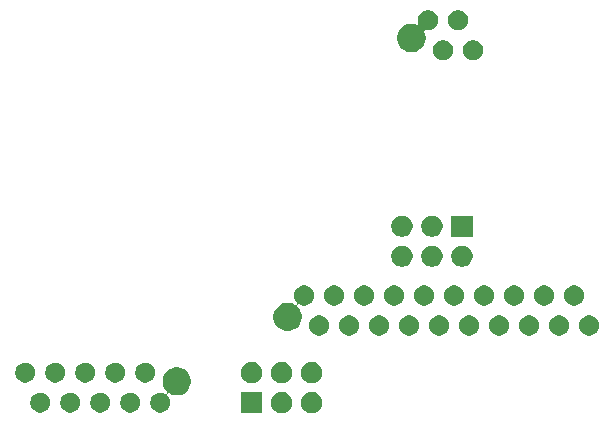
<source format=gbs>
G04 #@! TF.GenerationSoftware,KiCad,Pcbnew,5.0.2-bee76a0~70~ubuntu18.04.1*
G04 #@! TF.CreationDate,2019-02-11T21:35:21-05:00*
G04 #@! TF.ProjectId,dashboard_mk4_rev4,64617368-626f-4617-9264-5f6d6b345f72,6.0*
G04 #@! TF.SameCoordinates,Original*
G04 #@! TF.FileFunction,Soldermask,Bot*
G04 #@! TF.FilePolarity,Negative*
%FSLAX46Y46*%
G04 Gerber Fmt 4.6, Leading zero omitted, Abs format (unit mm)*
G04 Created by KiCad (PCBNEW 5.0.2-bee76a0~70~ubuntu18.04.1) date Mon 11 Feb 2019 09:35:21 PM EST*
%MOMM*%
%LPD*%
G01*
G04 APERTURE LIST*
%ADD10C,0.100000*%
G04 APERTURE END LIST*
D10*
G36*
X54648551Y-61905286D02*
X54812339Y-61973129D01*
X54959750Y-62071626D01*
X55085104Y-62196980D01*
X55183601Y-62344391D01*
X55251444Y-62508179D01*
X55286030Y-62682056D01*
X55286030Y-62859344D01*
X55251444Y-63033221D01*
X55183601Y-63197009D01*
X55085104Y-63344420D01*
X54959750Y-63469774D01*
X54812339Y-63568271D01*
X54648551Y-63636114D01*
X54474674Y-63670700D01*
X54297386Y-63670700D01*
X54123509Y-63636114D01*
X53959721Y-63568271D01*
X53812310Y-63469774D01*
X53686956Y-63344420D01*
X53588459Y-63197009D01*
X53520616Y-63033221D01*
X53486030Y-62859344D01*
X53486030Y-62682056D01*
X53520616Y-62508179D01*
X53588459Y-62344391D01*
X53686956Y-62196980D01*
X53812310Y-62071626D01*
X53959721Y-61973129D01*
X54123509Y-61905286D01*
X54297386Y-61870700D01*
X54474674Y-61870700D01*
X54648551Y-61905286D01*
X54648551Y-61905286D01*
G37*
G36*
X50206030Y-63670700D02*
X48406030Y-63670700D01*
X48406030Y-61870700D01*
X50206030Y-61870700D01*
X50206030Y-63670700D01*
X50206030Y-63670700D01*
G37*
G36*
X52108551Y-61905286D02*
X52272339Y-61973129D01*
X52419750Y-62071626D01*
X52545104Y-62196980D01*
X52643601Y-62344391D01*
X52711444Y-62508179D01*
X52746030Y-62682056D01*
X52746030Y-62859344D01*
X52711444Y-63033221D01*
X52643601Y-63197009D01*
X52545104Y-63344420D01*
X52419750Y-63469774D01*
X52272339Y-63568271D01*
X52108551Y-63636114D01*
X51934674Y-63670700D01*
X51757386Y-63670700D01*
X51583509Y-63636114D01*
X51419721Y-63568271D01*
X51272310Y-63469774D01*
X51146956Y-63344420D01*
X51048459Y-63197009D01*
X50980616Y-63033221D01*
X50946030Y-62859344D01*
X50946030Y-62682056D01*
X50980616Y-62508179D01*
X51048459Y-62344391D01*
X51146956Y-62196980D01*
X51272310Y-62071626D01*
X51419721Y-61973129D01*
X51583509Y-61905286D01*
X51757386Y-61870700D01*
X51934674Y-61870700D01*
X52108551Y-61905286D01*
X52108551Y-61905286D01*
G37*
G36*
X39282194Y-61945204D02*
X39436887Y-62009280D01*
X39576107Y-62102304D01*
X39694496Y-62220693D01*
X39787520Y-62359913D01*
X39851596Y-62514606D01*
X39884260Y-62678821D01*
X39884260Y-62846259D01*
X39851596Y-63010474D01*
X39787520Y-63165167D01*
X39694496Y-63304387D01*
X39576107Y-63422776D01*
X39436887Y-63515800D01*
X39282194Y-63579876D01*
X39117979Y-63612540D01*
X38950541Y-63612540D01*
X38786326Y-63579876D01*
X38631633Y-63515800D01*
X38492413Y-63422776D01*
X38374024Y-63304387D01*
X38281000Y-63165167D01*
X38216924Y-63010474D01*
X38184260Y-62846259D01*
X38184260Y-62678821D01*
X38216924Y-62514606D01*
X38281000Y-62359913D01*
X38374024Y-62220693D01*
X38492413Y-62102304D01*
X38631633Y-62009280D01*
X38786326Y-61945204D01*
X38950541Y-61912540D01*
X39117979Y-61912540D01*
X39282194Y-61945204D01*
X39282194Y-61945204D01*
G37*
G36*
X43324286Y-59808655D02*
X43542672Y-59899113D01*
X43739218Y-60030441D01*
X43906359Y-60197582D01*
X44037687Y-60394128D01*
X44128145Y-60612514D01*
X44174260Y-60844349D01*
X44174260Y-61080731D01*
X44128145Y-61312566D01*
X44037687Y-61530952D01*
X43906359Y-61727498D01*
X43739218Y-61894639D01*
X43542672Y-62025967D01*
X43324286Y-62116425D01*
X43092451Y-62162540D01*
X42856069Y-62162540D01*
X42624234Y-62116425D01*
X42405848Y-62025967D01*
X42357865Y-61993906D01*
X42336254Y-61982355D01*
X42312805Y-61975242D01*
X42288419Y-61972840D01*
X42264033Y-61975242D01*
X42240584Y-61982355D01*
X42218973Y-61993906D01*
X42200031Y-62009452D01*
X42184485Y-62028394D01*
X42172934Y-62050005D01*
X42165821Y-62073454D01*
X42163419Y-62097840D01*
X42165821Y-62122226D01*
X42172934Y-62145675D01*
X42184485Y-62167286D01*
X42200031Y-62186228D01*
X42234496Y-62220693D01*
X42327520Y-62359913D01*
X42391596Y-62514606D01*
X42424260Y-62678821D01*
X42424260Y-62846259D01*
X42391596Y-63010474D01*
X42327520Y-63165167D01*
X42234496Y-63304387D01*
X42116107Y-63422776D01*
X41976887Y-63515800D01*
X41822194Y-63579876D01*
X41657979Y-63612540D01*
X41490541Y-63612540D01*
X41326326Y-63579876D01*
X41171633Y-63515800D01*
X41032413Y-63422776D01*
X40914024Y-63304387D01*
X40821000Y-63165167D01*
X40756924Y-63010474D01*
X40724260Y-62846259D01*
X40724260Y-62678821D01*
X40756924Y-62514606D01*
X40821000Y-62359913D01*
X40914024Y-62220693D01*
X41032413Y-62102304D01*
X41171633Y-62009280D01*
X41326326Y-61945204D01*
X41490541Y-61912540D01*
X41657979Y-61912540D01*
X41822194Y-61945204D01*
X41987266Y-62013579D01*
X41989157Y-62014590D01*
X42012607Y-62021703D01*
X42036993Y-62024104D01*
X42061379Y-62021702D01*
X42084828Y-62014588D01*
X42106439Y-62003037D01*
X42125381Y-61987491D01*
X42140926Y-61968549D01*
X42152477Y-61946938D01*
X42159590Y-61923488D01*
X42161991Y-61899102D01*
X42159589Y-61874716D01*
X42152475Y-61851267D01*
X42140924Y-61829656D01*
X42125379Y-61810716D01*
X42042161Y-61727498D01*
X41910833Y-61530952D01*
X41820375Y-61312566D01*
X41774260Y-61080731D01*
X41774260Y-60844349D01*
X41820375Y-60612514D01*
X41910833Y-60394128D01*
X42042161Y-60197582D01*
X42209302Y-60030441D01*
X42405848Y-59899113D01*
X42624234Y-59808655D01*
X42856069Y-59762540D01*
X43092451Y-59762540D01*
X43324286Y-59808655D01*
X43324286Y-59808655D01*
G37*
G36*
X36742194Y-61945204D02*
X36896887Y-62009280D01*
X37036107Y-62102304D01*
X37154496Y-62220693D01*
X37247520Y-62359913D01*
X37311596Y-62514606D01*
X37344260Y-62678821D01*
X37344260Y-62846259D01*
X37311596Y-63010474D01*
X37247520Y-63165167D01*
X37154496Y-63304387D01*
X37036107Y-63422776D01*
X36896887Y-63515800D01*
X36742194Y-63579876D01*
X36577979Y-63612540D01*
X36410541Y-63612540D01*
X36246326Y-63579876D01*
X36091633Y-63515800D01*
X35952413Y-63422776D01*
X35834024Y-63304387D01*
X35741000Y-63165167D01*
X35676924Y-63010474D01*
X35644260Y-62846259D01*
X35644260Y-62678821D01*
X35676924Y-62514606D01*
X35741000Y-62359913D01*
X35834024Y-62220693D01*
X35952413Y-62102304D01*
X36091633Y-62009280D01*
X36246326Y-61945204D01*
X36410541Y-61912540D01*
X36577979Y-61912540D01*
X36742194Y-61945204D01*
X36742194Y-61945204D01*
G37*
G36*
X34202194Y-61945204D02*
X34356887Y-62009280D01*
X34496107Y-62102304D01*
X34614496Y-62220693D01*
X34707520Y-62359913D01*
X34771596Y-62514606D01*
X34804260Y-62678821D01*
X34804260Y-62846259D01*
X34771596Y-63010474D01*
X34707520Y-63165167D01*
X34614496Y-63304387D01*
X34496107Y-63422776D01*
X34356887Y-63515800D01*
X34202194Y-63579876D01*
X34037979Y-63612540D01*
X33870541Y-63612540D01*
X33706326Y-63579876D01*
X33551633Y-63515800D01*
X33412413Y-63422776D01*
X33294024Y-63304387D01*
X33201000Y-63165167D01*
X33136924Y-63010474D01*
X33104260Y-62846259D01*
X33104260Y-62678821D01*
X33136924Y-62514606D01*
X33201000Y-62359913D01*
X33294024Y-62220693D01*
X33412413Y-62102304D01*
X33551633Y-62009280D01*
X33706326Y-61945204D01*
X33870541Y-61912540D01*
X34037979Y-61912540D01*
X34202194Y-61945204D01*
X34202194Y-61945204D01*
G37*
G36*
X31662194Y-61945204D02*
X31816887Y-62009280D01*
X31956107Y-62102304D01*
X32074496Y-62220693D01*
X32167520Y-62359913D01*
X32231596Y-62514606D01*
X32264260Y-62678821D01*
X32264260Y-62846259D01*
X32231596Y-63010474D01*
X32167520Y-63165167D01*
X32074496Y-63304387D01*
X31956107Y-63422776D01*
X31816887Y-63515800D01*
X31662194Y-63579876D01*
X31497979Y-63612540D01*
X31330541Y-63612540D01*
X31166326Y-63579876D01*
X31011633Y-63515800D01*
X30872413Y-63422776D01*
X30754024Y-63304387D01*
X30661000Y-63165167D01*
X30596924Y-63010474D01*
X30564260Y-62846259D01*
X30564260Y-62678821D01*
X30596924Y-62514606D01*
X30661000Y-62359913D01*
X30754024Y-62220693D01*
X30872413Y-62102304D01*
X31011633Y-62009280D01*
X31166326Y-61945204D01*
X31330541Y-61912540D01*
X31497979Y-61912540D01*
X31662194Y-61945204D01*
X31662194Y-61945204D01*
G37*
G36*
X52108551Y-59365286D02*
X52272339Y-59433129D01*
X52419750Y-59531626D01*
X52545104Y-59656980D01*
X52643601Y-59804391D01*
X52711444Y-59968179D01*
X52746030Y-60142056D01*
X52746030Y-60319344D01*
X52711444Y-60493221D01*
X52643601Y-60657009D01*
X52545104Y-60804420D01*
X52419750Y-60929774D01*
X52272339Y-61028271D01*
X52108551Y-61096114D01*
X51934674Y-61130700D01*
X51757386Y-61130700D01*
X51583509Y-61096114D01*
X51419721Y-61028271D01*
X51272310Y-60929774D01*
X51146956Y-60804420D01*
X51048459Y-60657009D01*
X50980616Y-60493221D01*
X50946030Y-60319344D01*
X50946030Y-60142056D01*
X50980616Y-59968179D01*
X51048459Y-59804391D01*
X51146956Y-59656980D01*
X51272310Y-59531626D01*
X51419721Y-59433129D01*
X51583509Y-59365286D01*
X51757386Y-59330700D01*
X51934674Y-59330700D01*
X52108551Y-59365286D01*
X52108551Y-59365286D01*
G37*
G36*
X54648551Y-59365286D02*
X54812339Y-59433129D01*
X54959750Y-59531626D01*
X55085104Y-59656980D01*
X55183601Y-59804391D01*
X55251444Y-59968179D01*
X55286030Y-60142056D01*
X55286030Y-60319344D01*
X55251444Y-60493221D01*
X55183601Y-60657009D01*
X55085104Y-60804420D01*
X54959750Y-60929774D01*
X54812339Y-61028271D01*
X54648551Y-61096114D01*
X54474674Y-61130700D01*
X54297386Y-61130700D01*
X54123509Y-61096114D01*
X53959721Y-61028271D01*
X53812310Y-60929774D01*
X53686956Y-60804420D01*
X53588459Y-60657009D01*
X53520616Y-60493221D01*
X53486030Y-60319344D01*
X53486030Y-60142056D01*
X53520616Y-59968179D01*
X53588459Y-59804391D01*
X53686956Y-59656980D01*
X53812310Y-59531626D01*
X53959721Y-59433129D01*
X54123509Y-59365286D01*
X54297386Y-59330700D01*
X54474674Y-59330700D01*
X54648551Y-59365286D01*
X54648551Y-59365286D01*
G37*
G36*
X49568551Y-59365286D02*
X49732339Y-59433129D01*
X49879750Y-59531626D01*
X50005104Y-59656980D01*
X50103601Y-59804391D01*
X50171444Y-59968179D01*
X50206030Y-60142056D01*
X50206030Y-60319344D01*
X50171444Y-60493221D01*
X50103601Y-60657009D01*
X50005104Y-60804420D01*
X49879750Y-60929774D01*
X49732339Y-61028271D01*
X49568551Y-61096114D01*
X49394674Y-61130700D01*
X49217386Y-61130700D01*
X49043509Y-61096114D01*
X48879721Y-61028271D01*
X48732310Y-60929774D01*
X48606956Y-60804420D01*
X48508459Y-60657009D01*
X48440616Y-60493221D01*
X48406030Y-60319344D01*
X48406030Y-60142056D01*
X48440616Y-59968179D01*
X48508459Y-59804391D01*
X48606956Y-59656980D01*
X48732310Y-59531626D01*
X48879721Y-59433129D01*
X49043509Y-59365286D01*
X49217386Y-59330700D01*
X49394674Y-59330700D01*
X49568551Y-59365286D01*
X49568551Y-59365286D01*
G37*
G36*
X32932194Y-59405204D02*
X33086887Y-59469280D01*
X33226107Y-59562304D01*
X33344496Y-59680693D01*
X33437520Y-59819913D01*
X33501596Y-59974606D01*
X33534260Y-60138821D01*
X33534260Y-60306259D01*
X33501596Y-60470474D01*
X33437520Y-60625167D01*
X33344496Y-60764387D01*
X33226107Y-60882776D01*
X33086887Y-60975800D01*
X32932194Y-61039876D01*
X32767979Y-61072540D01*
X32600541Y-61072540D01*
X32436326Y-61039876D01*
X32281633Y-60975800D01*
X32142413Y-60882776D01*
X32024024Y-60764387D01*
X31931000Y-60625167D01*
X31866924Y-60470474D01*
X31834260Y-60306259D01*
X31834260Y-60138821D01*
X31866924Y-59974606D01*
X31931000Y-59819913D01*
X32024024Y-59680693D01*
X32142413Y-59562304D01*
X32281633Y-59469280D01*
X32436326Y-59405204D01*
X32600541Y-59372540D01*
X32767979Y-59372540D01*
X32932194Y-59405204D01*
X32932194Y-59405204D01*
G37*
G36*
X30392194Y-59405204D02*
X30546887Y-59469280D01*
X30686107Y-59562304D01*
X30804496Y-59680693D01*
X30897520Y-59819913D01*
X30961596Y-59974606D01*
X30994260Y-60138821D01*
X30994260Y-60306259D01*
X30961596Y-60470474D01*
X30897520Y-60625167D01*
X30804496Y-60764387D01*
X30686107Y-60882776D01*
X30546887Y-60975800D01*
X30392194Y-61039876D01*
X30227979Y-61072540D01*
X30060541Y-61072540D01*
X29896326Y-61039876D01*
X29741633Y-60975800D01*
X29602413Y-60882776D01*
X29484024Y-60764387D01*
X29391000Y-60625167D01*
X29326924Y-60470474D01*
X29294260Y-60306259D01*
X29294260Y-60138821D01*
X29326924Y-59974606D01*
X29391000Y-59819913D01*
X29484024Y-59680693D01*
X29602413Y-59562304D01*
X29741633Y-59469280D01*
X29896326Y-59405204D01*
X30060541Y-59372540D01*
X30227979Y-59372540D01*
X30392194Y-59405204D01*
X30392194Y-59405204D01*
G37*
G36*
X40552194Y-59405204D02*
X40706887Y-59469280D01*
X40846107Y-59562304D01*
X40964496Y-59680693D01*
X41057520Y-59819913D01*
X41121596Y-59974606D01*
X41154260Y-60138821D01*
X41154260Y-60306259D01*
X41121596Y-60470474D01*
X41057520Y-60625167D01*
X40964496Y-60764387D01*
X40846107Y-60882776D01*
X40706887Y-60975800D01*
X40552194Y-61039876D01*
X40387979Y-61072540D01*
X40220541Y-61072540D01*
X40056326Y-61039876D01*
X39901633Y-60975800D01*
X39762413Y-60882776D01*
X39644024Y-60764387D01*
X39551000Y-60625167D01*
X39486924Y-60470474D01*
X39454260Y-60306259D01*
X39454260Y-60138821D01*
X39486924Y-59974606D01*
X39551000Y-59819913D01*
X39644024Y-59680693D01*
X39762413Y-59562304D01*
X39901633Y-59469280D01*
X40056326Y-59405204D01*
X40220541Y-59372540D01*
X40387979Y-59372540D01*
X40552194Y-59405204D01*
X40552194Y-59405204D01*
G37*
G36*
X38012194Y-59405204D02*
X38166887Y-59469280D01*
X38306107Y-59562304D01*
X38424496Y-59680693D01*
X38517520Y-59819913D01*
X38581596Y-59974606D01*
X38614260Y-60138821D01*
X38614260Y-60306259D01*
X38581596Y-60470474D01*
X38517520Y-60625167D01*
X38424496Y-60764387D01*
X38306107Y-60882776D01*
X38166887Y-60975800D01*
X38012194Y-61039876D01*
X37847979Y-61072540D01*
X37680541Y-61072540D01*
X37516326Y-61039876D01*
X37361633Y-60975800D01*
X37222413Y-60882776D01*
X37104024Y-60764387D01*
X37011000Y-60625167D01*
X36946924Y-60470474D01*
X36914260Y-60306259D01*
X36914260Y-60138821D01*
X36946924Y-59974606D01*
X37011000Y-59819913D01*
X37104024Y-59680693D01*
X37222413Y-59562304D01*
X37361633Y-59469280D01*
X37516326Y-59405204D01*
X37680541Y-59372540D01*
X37847979Y-59372540D01*
X38012194Y-59405204D01*
X38012194Y-59405204D01*
G37*
G36*
X35472194Y-59405204D02*
X35626887Y-59469280D01*
X35766107Y-59562304D01*
X35884496Y-59680693D01*
X35977520Y-59819913D01*
X36041596Y-59974606D01*
X36074260Y-60138821D01*
X36074260Y-60306259D01*
X36041596Y-60470474D01*
X35977520Y-60625167D01*
X35884496Y-60764387D01*
X35766107Y-60882776D01*
X35626887Y-60975800D01*
X35472194Y-61039876D01*
X35307979Y-61072540D01*
X35140541Y-61072540D01*
X34976326Y-61039876D01*
X34821633Y-60975800D01*
X34682413Y-60882776D01*
X34564024Y-60764387D01*
X34471000Y-60625167D01*
X34406924Y-60470474D01*
X34374260Y-60306259D01*
X34374260Y-60138821D01*
X34406924Y-59974606D01*
X34471000Y-59819913D01*
X34564024Y-59680693D01*
X34682413Y-59562304D01*
X34821633Y-59469280D01*
X34976326Y-59405204D01*
X35140541Y-59372540D01*
X35307979Y-59372540D01*
X35472194Y-59405204D01*
X35472194Y-59405204D01*
G37*
G36*
X55271504Y-55423024D02*
X55426197Y-55487100D01*
X55565417Y-55580124D01*
X55683806Y-55698513D01*
X55776830Y-55837733D01*
X55840906Y-55992426D01*
X55873570Y-56156641D01*
X55873570Y-56324079D01*
X55840906Y-56488294D01*
X55776830Y-56642987D01*
X55683806Y-56782207D01*
X55565417Y-56900596D01*
X55426197Y-56993620D01*
X55271504Y-57057696D01*
X55107289Y-57090360D01*
X54939851Y-57090360D01*
X54775636Y-57057696D01*
X54620943Y-56993620D01*
X54481723Y-56900596D01*
X54363334Y-56782207D01*
X54270310Y-56642987D01*
X54206234Y-56488294D01*
X54173570Y-56324079D01*
X54173570Y-56156641D01*
X54206234Y-55992426D01*
X54270310Y-55837733D01*
X54363334Y-55698513D01*
X54481723Y-55580124D01*
X54620943Y-55487100D01*
X54775636Y-55423024D01*
X54939851Y-55390360D01*
X55107289Y-55390360D01*
X55271504Y-55423024D01*
X55271504Y-55423024D01*
G37*
G36*
X70511504Y-55423024D02*
X70666197Y-55487100D01*
X70805417Y-55580124D01*
X70923806Y-55698513D01*
X71016830Y-55837733D01*
X71080906Y-55992426D01*
X71113570Y-56156641D01*
X71113570Y-56324079D01*
X71080906Y-56488294D01*
X71016830Y-56642987D01*
X70923806Y-56782207D01*
X70805417Y-56900596D01*
X70666197Y-56993620D01*
X70511504Y-57057696D01*
X70347289Y-57090360D01*
X70179851Y-57090360D01*
X70015636Y-57057696D01*
X69860943Y-56993620D01*
X69721723Y-56900596D01*
X69603334Y-56782207D01*
X69510310Y-56642987D01*
X69446234Y-56488294D01*
X69413570Y-56324079D01*
X69413570Y-56156641D01*
X69446234Y-55992426D01*
X69510310Y-55837733D01*
X69603334Y-55698513D01*
X69721723Y-55580124D01*
X69860943Y-55487100D01*
X70015636Y-55423024D01*
X70179851Y-55390360D01*
X70347289Y-55390360D01*
X70511504Y-55423024D01*
X70511504Y-55423024D01*
G37*
G36*
X57811504Y-55423024D02*
X57966197Y-55487100D01*
X58105417Y-55580124D01*
X58223806Y-55698513D01*
X58316830Y-55837733D01*
X58380906Y-55992426D01*
X58413570Y-56156641D01*
X58413570Y-56324079D01*
X58380906Y-56488294D01*
X58316830Y-56642987D01*
X58223806Y-56782207D01*
X58105417Y-56900596D01*
X57966197Y-56993620D01*
X57811504Y-57057696D01*
X57647289Y-57090360D01*
X57479851Y-57090360D01*
X57315636Y-57057696D01*
X57160943Y-56993620D01*
X57021723Y-56900596D01*
X56903334Y-56782207D01*
X56810310Y-56642987D01*
X56746234Y-56488294D01*
X56713570Y-56324079D01*
X56713570Y-56156641D01*
X56746234Y-55992426D01*
X56810310Y-55837733D01*
X56903334Y-55698513D01*
X57021723Y-55580124D01*
X57160943Y-55487100D01*
X57315636Y-55423024D01*
X57479851Y-55390360D01*
X57647289Y-55390360D01*
X57811504Y-55423024D01*
X57811504Y-55423024D01*
G37*
G36*
X60351504Y-55423024D02*
X60506197Y-55487100D01*
X60645417Y-55580124D01*
X60763806Y-55698513D01*
X60856830Y-55837733D01*
X60920906Y-55992426D01*
X60953570Y-56156641D01*
X60953570Y-56324079D01*
X60920906Y-56488294D01*
X60856830Y-56642987D01*
X60763806Y-56782207D01*
X60645417Y-56900596D01*
X60506197Y-56993620D01*
X60351504Y-57057696D01*
X60187289Y-57090360D01*
X60019851Y-57090360D01*
X59855636Y-57057696D01*
X59700943Y-56993620D01*
X59561723Y-56900596D01*
X59443334Y-56782207D01*
X59350310Y-56642987D01*
X59286234Y-56488294D01*
X59253570Y-56324079D01*
X59253570Y-56156641D01*
X59286234Y-55992426D01*
X59350310Y-55837733D01*
X59443334Y-55698513D01*
X59561723Y-55580124D01*
X59700943Y-55487100D01*
X59855636Y-55423024D01*
X60019851Y-55390360D01*
X60187289Y-55390360D01*
X60351504Y-55423024D01*
X60351504Y-55423024D01*
G37*
G36*
X62891504Y-55423024D02*
X63046197Y-55487100D01*
X63185417Y-55580124D01*
X63303806Y-55698513D01*
X63396830Y-55837733D01*
X63460906Y-55992426D01*
X63493570Y-56156641D01*
X63493570Y-56324079D01*
X63460906Y-56488294D01*
X63396830Y-56642987D01*
X63303806Y-56782207D01*
X63185417Y-56900596D01*
X63046197Y-56993620D01*
X62891504Y-57057696D01*
X62727289Y-57090360D01*
X62559851Y-57090360D01*
X62395636Y-57057696D01*
X62240943Y-56993620D01*
X62101723Y-56900596D01*
X61983334Y-56782207D01*
X61890310Y-56642987D01*
X61826234Y-56488294D01*
X61793570Y-56324079D01*
X61793570Y-56156641D01*
X61826234Y-55992426D01*
X61890310Y-55837733D01*
X61983334Y-55698513D01*
X62101723Y-55580124D01*
X62240943Y-55487100D01*
X62395636Y-55423024D01*
X62559851Y-55390360D01*
X62727289Y-55390360D01*
X62891504Y-55423024D01*
X62891504Y-55423024D01*
G37*
G36*
X67971504Y-55423024D02*
X68126197Y-55487100D01*
X68265417Y-55580124D01*
X68383806Y-55698513D01*
X68476830Y-55837733D01*
X68540906Y-55992426D01*
X68573570Y-56156641D01*
X68573570Y-56324079D01*
X68540906Y-56488294D01*
X68476830Y-56642987D01*
X68383806Y-56782207D01*
X68265417Y-56900596D01*
X68126197Y-56993620D01*
X67971504Y-57057696D01*
X67807289Y-57090360D01*
X67639851Y-57090360D01*
X67475636Y-57057696D01*
X67320943Y-56993620D01*
X67181723Y-56900596D01*
X67063334Y-56782207D01*
X66970310Y-56642987D01*
X66906234Y-56488294D01*
X66873570Y-56324079D01*
X66873570Y-56156641D01*
X66906234Y-55992426D01*
X66970310Y-55837733D01*
X67063334Y-55698513D01*
X67181723Y-55580124D01*
X67320943Y-55487100D01*
X67475636Y-55423024D01*
X67639851Y-55390360D01*
X67807289Y-55390360D01*
X67971504Y-55423024D01*
X67971504Y-55423024D01*
G37*
G36*
X75591504Y-55423024D02*
X75746197Y-55487100D01*
X75885417Y-55580124D01*
X76003806Y-55698513D01*
X76096830Y-55837733D01*
X76160906Y-55992426D01*
X76193570Y-56156641D01*
X76193570Y-56324079D01*
X76160906Y-56488294D01*
X76096830Y-56642987D01*
X76003806Y-56782207D01*
X75885417Y-56900596D01*
X75746197Y-56993620D01*
X75591504Y-57057696D01*
X75427289Y-57090360D01*
X75259851Y-57090360D01*
X75095636Y-57057696D01*
X74940943Y-56993620D01*
X74801723Y-56900596D01*
X74683334Y-56782207D01*
X74590310Y-56642987D01*
X74526234Y-56488294D01*
X74493570Y-56324079D01*
X74493570Y-56156641D01*
X74526234Y-55992426D01*
X74590310Y-55837733D01*
X74683334Y-55698513D01*
X74801723Y-55580124D01*
X74940943Y-55487100D01*
X75095636Y-55423024D01*
X75259851Y-55390360D01*
X75427289Y-55390360D01*
X75591504Y-55423024D01*
X75591504Y-55423024D01*
G37*
G36*
X78131504Y-55423024D02*
X78286197Y-55487100D01*
X78425417Y-55580124D01*
X78543806Y-55698513D01*
X78636830Y-55837733D01*
X78700906Y-55992426D01*
X78733570Y-56156641D01*
X78733570Y-56324079D01*
X78700906Y-56488294D01*
X78636830Y-56642987D01*
X78543806Y-56782207D01*
X78425417Y-56900596D01*
X78286197Y-56993620D01*
X78131504Y-57057696D01*
X77967289Y-57090360D01*
X77799851Y-57090360D01*
X77635636Y-57057696D01*
X77480943Y-56993620D01*
X77341723Y-56900596D01*
X77223334Y-56782207D01*
X77130310Y-56642987D01*
X77066234Y-56488294D01*
X77033570Y-56324079D01*
X77033570Y-56156641D01*
X77066234Y-55992426D01*
X77130310Y-55837733D01*
X77223334Y-55698513D01*
X77341723Y-55580124D01*
X77480943Y-55487100D01*
X77635636Y-55423024D01*
X77799851Y-55390360D01*
X77967289Y-55390360D01*
X78131504Y-55423024D01*
X78131504Y-55423024D01*
G37*
G36*
X73051504Y-55423024D02*
X73206197Y-55487100D01*
X73345417Y-55580124D01*
X73463806Y-55698513D01*
X73556830Y-55837733D01*
X73620906Y-55992426D01*
X73653570Y-56156641D01*
X73653570Y-56324079D01*
X73620906Y-56488294D01*
X73556830Y-56642987D01*
X73463806Y-56782207D01*
X73345417Y-56900596D01*
X73206197Y-56993620D01*
X73051504Y-57057696D01*
X72887289Y-57090360D01*
X72719851Y-57090360D01*
X72555636Y-57057696D01*
X72400943Y-56993620D01*
X72261723Y-56900596D01*
X72143334Y-56782207D01*
X72050310Y-56642987D01*
X71986234Y-56488294D01*
X71953570Y-56324079D01*
X71953570Y-56156641D01*
X71986234Y-55992426D01*
X72050310Y-55837733D01*
X72143334Y-55698513D01*
X72261723Y-55580124D01*
X72400943Y-55487100D01*
X72555636Y-55423024D01*
X72719851Y-55390360D01*
X72887289Y-55390360D01*
X73051504Y-55423024D01*
X73051504Y-55423024D01*
G37*
G36*
X65431504Y-55423024D02*
X65586197Y-55487100D01*
X65725417Y-55580124D01*
X65843806Y-55698513D01*
X65936830Y-55837733D01*
X66000906Y-55992426D01*
X66033570Y-56156641D01*
X66033570Y-56324079D01*
X66000906Y-56488294D01*
X65936830Y-56642987D01*
X65843806Y-56782207D01*
X65725417Y-56900596D01*
X65586197Y-56993620D01*
X65431504Y-57057696D01*
X65267289Y-57090360D01*
X65099851Y-57090360D01*
X64935636Y-57057696D01*
X64780943Y-56993620D01*
X64641723Y-56900596D01*
X64523334Y-56782207D01*
X64430310Y-56642987D01*
X64366234Y-56488294D01*
X64333570Y-56324079D01*
X64333570Y-56156641D01*
X64366234Y-55992426D01*
X64430310Y-55837733D01*
X64523334Y-55698513D01*
X64641723Y-55580124D01*
X64780943Y-55487100D01*
X64935636Y-55423024D01*
X65099851Y-55390360D01*
X65267289Y-55390360D01*
X65431504Y-55423024D01*
X65431504Y-55423024D01*
G37*
G36*
X54001504Y-52883024D02*
X54156197Y-52947100D01*
X54295417Y-53040124D01*
X54413806Y-53158513D01*
X54506830Y-53297733D01*
X54570906Y-53452426D01*
X54603570Y-53616641D01*
X54603570Y-53784079D01*
X54570906Y-53948294D01*
X54506830Y-54102987D01*
X54413806Y-54242207D01*
X54295417Y-54360596D01*
X54156197Y-54453620D01*
X54001504Y-54517696D01*
X53837289Y-54550360D01*
X53669851Y-54550360D01*
X53505636Y-54517696D01*
X53340564Y-54449321D01*
X53338673Y-54448310D01*
X53315223Y-54441197D01*
X53290837Y-54438796D01*
X53266451Y-54441198D01*
X53243002Y-54448312D01*
X53221391Y-54459863D01*
X53202449Y-54475409D01*
X53186904Y-54494351D01*
X53175353Y-54515962D01*
X53168240Y-54539412D01*
X53165839Y-54563798D01*
X53168241Y-54588184D01*
X53175355Y-54611633D01*
X53186906Y-54633244D01*
X53202451Y-54652184D01*
X53285669Y-54735402D01*
X53416997Y-54931948D01*
X53507455Y-55150334D01*
X53553570Y-55382169D01*
X53553570Y-55618551D01*
X53507455Y-55850386D01*
X53416997Y-56068772D01*
X53285669Y-56265318D01*
X53118528Y-56432459D01*
X52921982Y-56563787D01*
X52703596Y-56654245D01*
X52471761Y-56700360D01*
X52235379Y-56700360D01*
X52003544Y-56654245D01*
X51785158Y-56563787D01*
X51588612Y-56432459D01*
X51421471Y-56265318D01*
X51290143Y-56068772D01*
X51199685Y-55850386D01*
X51153570Y-55618551D01*
X51153570Y-55382169D01*
X51199685Y-55150334D01*
X51290143Y-54931948D01*
X51421471Y-54735402D01*
X51588612Y-54568261D01*
X51785158Y-54436933D01*
X52003544Y-54346475D01*
X52235379Y-54300360D01*
X52471761Y-54300360D01*
X52703596Y-54346475D01*
X52921982Y-54436933D01*
X52969965Y-54468994D01*
X52991576Y-54480545D01*
X53015025Y-54487658D01*
X53039411Y-54490060D01*
X53063797Y-54487658D01*
X53087246Y-54480545D01*
X53108857Y-54468994D01*
X53127799Y-54453448D01*
X53143345Y-54434506D01*
X53154896Y-54412895D01*
X53162009Y-54389446D01*
X53164411Y-54365060D01*
X53162009Y-54340674D01*
X53154896Y-54317225D01*
X53143345Y-54295614D01*
X53127799Y-54276672D01*
X53093334Y-54242207D01*
X53000310Y-54102987D01*
X52936234Y-53948294D01*
X52903570Y-53784079D01*
X52903570Y-53616641D01*
X52936234Y-53452426D01*
X53000310Y-53297733D01*
X53093334Y-53158513D01*
X53211723Y-53040124D01*
X53350943Y-52947100D01*
X53505636Y-52883024D01*
X53669851Y-52850360D01*
X53837289Y-52850360D01*
X54001504Y-52883024D01*
X54001504Y-52883024D01*
G37*
G36*
X71781504Y-52883024D02*
X71936197Y-52947100D01*
X72075417Y-53040124D01*
X72193806Y-53158513D01*
X72286830Y-53297733D01*
X72350906Y-53452426D01*
X72383570Y-53616641D01*
X72383570Y-53784079D01*
X72350906Y-53948294D01*
X72286830Y-54102987D01*
X72193806Y-54242207D01*
X72075417Y-54360596D01*
X71936197Y-54453620D01*
X71781504Y-54517696D01*
X71617289Y-54550360D01*
X71449851Y-54550360D01*
X71285636Y-54517696D01*
X71130943Y-54453620D01*
X70991723Y-54360596D01*
X70873334Y-54242207D01*
X70780310Y-54102987D01*
X70716234Y-53948294D01*
X70683570Y-53784079D01*
X70683570Y-53616641D01*
X70716234Y-53452426D01*
X70780310Y-53297733D01*
X70873334Y-53158513D01*
X70991723Y-53040124D01*
X71130943Y-52947100D01*
X71285636Y-52883024D01*
X71449851Y-52850360D01*
X71617289Y-52850360D01*
X71781504Y-52883024D01*
X71781504Y-52883024D01*
G37*
G36*
X76861504Y-52883024D02*
X77016197Y-52947100D01*
X77155417Y-53040124D01*
X77273806Y-53158513D01*
X77366830Y-53297733D01*
X77430906Y-53452426D01*
X77463570Y-53616641D01*
X77463570Y-53784079D01*
X77430906Y-53948294D01*
X77366830Y-54102987D01*
X77273806Y-54242207D01*
X77155417Y-54360596D01*
X77016197Y-54453620D01*
X76861504Y-54517696D01*
X76697289Y-54550360D01*
X76529851Y-54550360D01*
X76365636Y-54517696D01*
X76210943Y-54453620D01*
X76071723Y-54360596D01*
X75953334Y-54242207D01*
X75860310Y-54102987D01*
X75796234Y-53948294D01*
X75763570Y-53784079D01*
X75763570Y-53616641D01*
X75796234Y-53452426D01*
X75860310Y-53297733D01*
X75953334Y-53158513D01*
X76071723Y-53040124D01*
X76210943Y-52947100D01*
X76365636Y-52883024D01*
X76529851Y-52850360D01*
X76697289Y-52850360D01*
X76861504Y-52883024D01*
X76861504Y-52883024D01*
G37*
G36*
X74321504Y-52883024D02*
X74476197Y-52947100D01*
X74615417Y-53040124D01*
X74733806Y-53158513D01*
X74826830Y-53297733D01*
X74890906Y-53452426D01*
X74923570Y-53616641D01*
X74923570Y-53784079D01*
X74890906Y-53948294D01*
X74826830Y-54102987D01*
X74733806Y-54242207D01*
X74615417Y-54360596D01*
X74476197Y-54453620D01*
X74321504Y-54517696D01*
X74157289Y-54550360D01*
X73989851Y-54550360D01*
X73825636Y-54517696D01*
X73670943Y-54453620D01*
X73531723Y-54360596D01*
X73413334Y-54242207D01*
X73320310Y-54102987D01*
X73256234Y-53948294D01*
X73223570Y-53784079D01*
X73223570Y-53616641D01*
X73256234Y-53452426D01*
X73320310Y-53297733D01*
X73413334Y-53158513D01*
X73531723Y-53040124D01*
X73670943Y-52947100D01*
X73825636Y-52883024D01*
X73989851Y-52850360D01*
X74157289Y-52850360D01*
X74321504Y-52883024D01*
X74321504Y-52883024D01*
G37*
G36*
X69241504Y-52883024D02*
X69396197Y-52947100D01*
X69535417Y-53040124D01*
X69653806Y-53158513D01*
X69746830Y-53297733D01*
X69810906Y-53452426D01*
X69843570Y-53616641D01*
X69843570Y-53784079D01*
X69810906Y-53948294D01*
X69746830Y-54102987D01*
X69653806Y-54242207D01*
X69535417Y-54360596D01*
X69396197Y-54453620D01*
X69241504Y-54517696D01*
X69077289Y-54550360D01*
X68909851Y-54550360D01*
X68745636Y-54517696D01*
X68590943Y-54453620D01*
X68451723Y-54360596D01*
X68333334Y-54242207D01*
X68240310Y-54102987D01*
X68176234Y-53948294D01*
X68143570Y-53784079D01*
X68143570Y-53616641D01*
X68176234Y-53452426D01*
X68240310Y-53297733D01*
X68333334Y-53158513D01*
X68451723Y-53040124D01*
X68590943Y-52947100D01*
X68745636Y-52883024D01*
X68909851Y-52850360D01*
X69077289Y-52850360D01*
X69241504Y-52883024D01*
X69241504Y-52883024D01*
G37*
G36*
X64161504Y-52883024D02*
X64316197Y-52947100D01*
X64455417Y-53040124D01*
X64573806Y-53158513D01*
X64666830Y-53297733D01*
X64730906Y-53452426D01*
X64763570Y-53616641D01*
X64763570Y-53784079D01*
X64730906Y-53948294D01*
X64666830Y-54102987D01*
X64573806Y-54242207D01*
X64455417Y-54360596D01*
X64316197Y-54453620D01*
X64161504Y-54517696D01*
X63997289Y-54550360D01*
X63829851Y-54550360D01*
X63665636Y-54517696D01*
X63510943Y-54453620D01*
X63371723Y-54360596D01*
X63253334Y-54242207D01*
X63160310Y-54102987D01*
X63096234Y-53948294D01*
X63063570Y-53784079D01*
X63063570Y-53616641D01*
X63096234Y-53452426D01*
X63160310Y-53297733D01*
X63253334Y-53158513D01*
X63371723Y-53040124D01*
X63510943Y-52947100D01*
X63665636Y-52883024D01*
X63829851Y-52850360D01*
X63997289Y-52850360D01*
X64161504Y-52883024D01*
X64161504Y-52883024D01*
G37*
G36*
X59081504Y-52883024D02*
X59236197Y-52947100D01*
X59375417Y-53040124D01*
X59493806Y-53158513D01*
X59586830Y-53297733D01*
X59650906Y-53452426D01*
X59683570Y-53616641D01*
X59683570Y-53784079D01*
X59650906Y-53948294D01*
X59586830Y-54102987D01*
X59493806Y-54242207D01*
X59375417Y-54360596D01*
X59236197Y-54453620D01*
X59081504Y-54517696D01*
X58917289Y-54550360D01*
X58749851Y-54550360D01*
X58585636Y-54517696D01*
X58430943Y-54453620D01*
X58291723Y-54360596D01*
X58173334Y-54242207D01*
X58080310Y-54102987D01*
X58016234Y-53948294D01*
X57983570Y-53784079D01*
X57983570Y-53616641D01*
X58016234Y-53452426D01*
X58080310Y-53297733D01*
X58173334Y-53158513D01*
X58291723Y-53040124D01*
X58430943Y-52947100D01*
X58585636Y-52883024D01*
X58749851Y-52850360D01*
X58917289Y-52850360D01*
X59081504Y-52883024D01*
X59081504Y-52883024D01*
G37*
G36*
X56541504Y-52883024D02*
X56696197Y-52947100D01*
X56835417Y-53040124D01*
X56953806Y-53158513D01*
X57046830Y-53297733D01*
X57110906Y-53452426D01*
X57143570Y-53616641D01*
X57143570Y-53784079D01*
X57110906Y-53948294D01*
X57046830Y-54102987D01*
X56953806Y-54242207D01*
X56835417Y-54360596D01*
X56696197Y-54453620D01*
X56541504Y-54517696D01*
X56377289Y-54550360D01*
X56209851Y-54550360D01*
X56045636Y-54517696D01*
X55890943Y-54453620D01*
X55751723Y-54360596D01*
X55633334Y-54242207D01*
X55540310Y-54102987D01*
X55476234Y-53948294D01*
X55443570Y-53784079D01*
X55443570Y-53616641D01*
X55476234Y-53452426D01*
X55540310Y-53297733D01*
X55633334Y-53158513D01*
X55751723Y-53040124D01*
X55890943Y-52947100D01*
X56045636Y-52883024D01*
X56209851Y-52850360D01*
X56377289Y-52850360D01*
X56541504Y-52883024D01*
X56541504Y-52883024D01*
G37*
G36*
X66701504Y-52883024D02*
X66856197Y-52947100D01*
X66995417Y-53040124D01*
X67113806Y-53158513D01*
X67206830Y-53297733D01*
X67270906Y-53452426D01*
X67303570Y-53616641D01*
X67303570Y-53784079D01*
X67270906Y-53948294D01*
X67206830Y-54102987D01*
X67113806Y-54242207D01*
X66995417Y-54360596D01*
X66856197Y-54453620D01*
X66701504Y-54517696D01*
X66537289Y-54550360D01*
X66369851Y-54550360D01*
X66205636Y-54517696D01*
X66050943Y-54453620D01*
X65911723Y-54360596D01*
X65793334Y-54242207D01*
X65700310Y-54102987D01*
X65636234Y-53948294D01*
X65603570Y-53784079D01*
X65603570Y-53616641D01*
X65636234Y-53452426D01*
X65700310Y-53297733D01*
X65793334Y-53158513D01*
X65911723Y-53040124D01*
X66050943Y-52947100D01*
X66205636Y-52883024D01*
X66369851Y-52850360D01*
X66537289Y-52850360D01*
X66701504Y-52883024D01*
X66701504Y-52883024D01*
G37*
G36*
X61621504Y-52883024D02*
X61776197Y-52947100D01*
X61915417Y-53040124D01*
X62033806Y-53158513D01*
X62126830Y-53297733D01*
X62190906Y-53452426D01*
X62223570Y-53616641D01*
X62223570Y-53784079D01*
X62190906Y-53948294D01*
X62126830Y-54102987D01*
X62033806Y-54242207D01*
X61915417Y-54360596D01*
X61776197Y-54453620D01*
X61621504Y-54517696D01*
X61457289Y-54550360D01*
X61289851Y-54550360D01*
X61125636Y-54517696D01*
X60970943Y-54453620D01*
X60831723Y-54360596D01*
X60713334Y-54242207D01*
X60620310Y-54102987D01*
X60556234Y-53948294D01*
X60523570Y-53784079D01*
X60523570Y-53616641D01*
X60556234Y-53452426D01*
X60620310Y-53297733D01*
X60713334Y-53158513D01*
X60831723Y-53040124D01*
X60970943Y-52947100D01*
X61125636Y-52883024D01*
X61289851Y-52850360D01*
X61457289Y-52850360D01*
X61621504Y-52883024D01*
X61621504Y-52883024D01*
G37*
G36*
X67376490Y-49510087D02*
X67540278Y-49577930D01*
X67687689Y-49676427D01*
X67813043Y-49801781D01*
X67911540Y-49949192D01*
X67979383Y-50112980D01*
X68013969Y-50286857D01*
X68013969Y-50464145D01*
X67979383Y-50638022D01*
X67911540Y-50801810D01*
X67813043Y-50949221D01*
X67687689Y-51074575D01*
X67540278Y-51173072D01*
X67376490Y-51240915D01*
X67202613Y-51275501D01*
X67025325Y-51275501D01*
X66851448Y-51240915D01*
X66687660Y-51173072D01*
X66540249Y-51074575D01*
X66414895Y-50949221D01*
X66316398Y-50801810D01*
X66248555Y-50638022D01*
X66213969Y-50464145D01*
X66213969Y-50286857D01*
X66248555Y-50112980D01*
X66316398Y-49949192D01*
X66414895Y-49801781D01*
X66540249Y-49676427D01*
X66687660Y-49577930D01*
X66851448Y-49510087D01*
X67025325Y-49475501D01*
X67202613Y-49475501D01*
X67376490Y-49510087D01*
X67376490Y-49510087D01*
G37*
G36*
X64836490Y-49510087D02*
X65000278Y-49577930D01*
X65147689Y-49676427D01*
X65273043Y-49801781D01*
X65371540Y-49949192D01*
X65439383Y-50112980D01*
X65473969Y-50286857D01*
X65473969Y-50464145D01*
X65439383Y-50638022D01*
X65371540Y-50801810D01*
X65273043Y-50949221D01*
X65147689Y-51074575D01*
X65000278Y-51173072D01*
X64836490Y-51240915D01*
X64662613Y-51275501D01*
X64485325Y-51275501D01*
X64311448Y-51240915D01*
X64147660Y-51173072D01*
X64000249Y-51074575D01*
X63874895Y-50949221D01*
X63776398Y-50801810D01*
X63708555Y-50638022D01*
X63673969Y-50464145D01*
X63673969Y-50286857D01*
X63708555Y-50112980D01*
X63776398Y-49949192D01*
X63874895Y-49801781D01*
X64000249Y-49676427D01*
X64147660Y-49577930D01*
X64311448Y-49510087D01*
X64485325Y-49475501D01*
X64662613Y-49475501D01*
X64836490Y-49510087D01*
X64836490Y-49510087D01*
G37*
G36*
X62296490Y-49510087D02*
X62460278Y-49577930D01*
X62607689Y-49676427D01*
X62733043Y-49801781D01*
X62831540Y-49949192D01*
X62899383Y-50112980D01*
X62933969Y-50286857D01*
X62933969Y-50464145D01*
X62899383Y-50638022D01*
X62831540Y-50801810D01*
X62733043Y-50949221D01*
X62607689Y-51074575D01*
X62460278Y-51173072D01*
X62296490Y-51240915D01*
X62122613Y-51275501D01*
X61945325Y-51275501D01*
X61771448Y-51240915D01*
X61607660Y-51173072D01*
X61460249Y-51074575D01*
X61334895Y-50949221D01*
X61236398Y-50801810D01*
X61168555Y-50638022D01*
X61133969Y-50464145D01*
X61133969Y-50286857D01*
X61168555Y-50112980D01*
X61236398Y-49949192D01*
X61334895Y-49801781D01*
X61460249Y-49676427D01*
X61607660Y-49577930D01*
X61771448Y-49510087D01*
X61945325Y-49475501D01*
X62122613Y-49475501D01*
X62296490Y-49510087D01*
X62296490Y-49510087D01*
G37*
G36*
X62296490Y-46970087D02*
X62460278Y-47037930D01*
X62607689Y-47136427D01*
X62733043Y-47261781D01*
X62831540Y-47409192D01*
X62899383Y-47572980D01*
X62933969Y-47746857D01*
X62933969Y-47924145D01*
X62899383Y-48098022D01*
X62831540Y-48261810D01*
X62733043Y-48409221D01*
X62607689Y-48534575D01*
X62460278Y-48633072D01*
X62296490Y-48700915D01*
X62122613Y-48735501D01*
X61945325Y-48735501D01*
X61771448Y-48700915D01*
X61607660Y-48633072D01*
X61460249Y-48534575D01*
X61334895Y-48409221D01*
X61236398Y-48261810D01*
X61168555Y-48098022D01*
X61133969Y-47924145D01*
X61133969Y-47746857D01*
X61168555Y-47572980D01*
X61236398Y-47409192D01*
X61334895Y-47261781D01*
X61460249Y-47136427D01*
X61607660Y-47037930D01*
X61771448Y-46970087D01*
X61945325Y-46935501D01*
X62122613Y-46935501D01*
X62296490Y-46970087D01*
X62296490Y-46970087D01*
G37*
G36*
X68013969Y-48735501D02*
X66213969Y-48735501D01*
X66213969Y-46935501D01*
X68013969Y-46935501D01*
X68013969Y-48735501D01*
X68013969Y-48735501D01*
G37*
G36*
X64836490Y-46970087D02*
X65000278Y-47037930D01*
X65147689Y-47136427D01*
X65273043Y-47261781D01*
X65371540Y-47409192D01*
X65439383Y-47572980D01*
X65473969Y-47746857D01*
X65473969Y-47924145D01*
X65439383Y-48098022D01*
X65371540Y-48261810D01*
X65273043Y-48409221D01*
X65147689Y-48534575D01*
X65000278Y-48633072D01*
X64836490Y-48700915D01*
X64662613Y-48735501D01*
X64485325Y-48735501D01*
X64311448Y-48700915D01*
X64147660Y-48633072D01*
X64000249Y-48534575D01*
X63874895Y-48409221D01*
X63776398Y-48261810D01*
X63708555Y-48098022D01*
X63673969Y-47924145D01*
X63673969Y-47746857D01*
X63708555Y-47572980D01*
X63776398Y-47409192D01*
X63874895Y-47261781D01*
X64000249Y-47136427D01*
X64147660Y-47037930D01*
X64311448Y-46970087D01*
X64485325Y-46935501D01*
X64662613Y-46935501D01*
X64836490Y-46970087D01*
X64836490Y-46970087D01*
G37*
G36*
X68297083Y-32112045D02*
X68451776Y-32176121D01*
X68590996Y-32269145D01*
X68709385Y-32387534D01*
X68802409Y-32526754D01*
X68866485Y-32681447D01*
X68899149Y-32845662D01*
X68899149Y-33013100D01*
X68866485Y-33177315D01*
X68802409Y-33332008D01*
X68709385Y-33471228D01*
X68590996Y-33589617D01*
X68451776Y-33682641D01*
X68297083Y-33746717D01*
X68132868Y-33779381D01*
X67965430Y-33779381D01*
X67801215Y-33746717D01*
X67646522Y-33682641D01*
X67507302Y-33589617D01*
X67388913Y-33471228D01*
X67295889Y-33332008D01*
X67231813Y-33177315D01*
X67199149Y-33013100D01*
X67199149Y-32845662D01*
X67231813Y-32681447D01*
X67295889Y-32526754D01*
X67388913Y-32387534D01*
X67507302Y-32269145D01*
X67646522Y-32176121D01*
X67801215Y-32112045D01*
X67965430Y-32079381D01*
X68132868Y-32079381D01*
X68297083Y-32112045D01*
X68297083Y-32112045D01*
G37*
G36*
X65757083Y-32112045D02*
X65911776Y-32176121D01*
X66050996Y-32269145D01*
X66169385Y-32387534D01*
X66262409Y-32526754D01*
X66326485Y-32681447D01*
X66359149Y-32845662D01*
X66359149Y-33013100D01*
X66326485Y-33177315D01*
X66262409Y-33332008D01*
X66169385Y-33471228D01*
X66050996Y-33589617D01*
X65911776Y-33682641D01*
X65757083Y-33746717D01*
X65592868Y-33779381D01*
X65425430Y-33779381D01*
X65261215Y-33746717D01*
X65106522Y-33682641D01*
X64967302Y-33589617D01*
X64848913Y-33471228D01*
X64755889Y-33332008D01*
X64691813Y-33177315D01*
X64659149Y-33013100D01*
X64659149Y-32845662D01*
X64691813Y-32681447D01*
X64755889Y-32526754D01*
X64848913Y-32387534D01*
X64967302Y-32269145D01*
X65106522Y-32176121D01*
X65261215Y-32112045D01*
X65425430Y-32079381D01*
X65592868Y-32079381D01*
X65757083Y-32112045D01*
X65757083Y-32112045D01*
G37*
G36*
X64487083Y-29572045D02*
X64641776Y-29636121D01*
X64780996Y-29729145D01*
X64899385Y-29847534D01*
X64992409Y-29986754D01*
X65056485Y-30141447D01*
X65089149Y-30305662D01*
X65089149Y-30473100D01*
X65056485Y-30637315D01*
X64992409Y-30792008D01*
X64899385Y-30931228D01*
X64780996Y-31049617D01*
X64641776Y-31142641D01*
X64487083Y-31206717D01*
X64322868Y-31239381D01*
X64155430Y-31239381D01*
X64072407Y-31222867D01*
X64048021Y-31220465D01*
X64023634Y-31222867D01*
X64000185Y-31229980D01*
X63978574Y-31241532D01*
X63959632Y-31257077D01*
X63944087Y-31276019D01*
X63932536Y-31297630D01*
X63925423Y-31321079D01*
X63923021Y-31345465D01*
X63925423Y-31369852D01*
X63932536Y-31393301D01*
X63993034Y-31539357D01*
X64039149Y-31771190D01*
X64039149Y-32007572D01*
X63993034Y-32239407D01*
X63902576Y-32457793D01*
X63771248Y-32654339D01*
X63604107Y-32821480D01*
X63407561Y-32952808D01*
X63189175Y-33043266D01*
X62957340Y-33089381D01*
X62720958Y-33089381D01*
X62489123Y-33043266D01*
X62270737Y-32952808D01*
X62074191Y-32821480D01*
X61907050Y-32654339D01*
X61775722Y-32457793D01*
X61685264Y-32239407D01*
X61639149Y-32007572D01*
X61639149Y-31771190D01*
X61685264Y-31539355D01*
X61775722Y-31320969D01*
X61907050Y-31124423D01*
X62074191Y-30957282D01*
X62270737Y-30825954D01*
X62489123Y-30735496D01*
X62720958Y-30689381D01*
X62957340Y-30689381D01*
X63189175Y-30735496D01*
X63247928Y-30759832D01*
X63271377Y-30766945D01*
X63295763Y-30769347D01*
X63320149Y-30766945D01*
X63343599Y-30759832D01*
X63365209Y-30748281D01*
X63384151Y-30732735D01*
X63399697Y-30713793D01*
X63411248Y-30692182D01*
X63418361Y-30668733D01*
X63420763Y-30644347D01*
X63418361Y-30619961D01*
X63389149Y-30473100D01*
X63389149Y-30305662D01*
X63421813Y-30141447D01*
X63485889Y-29986754D01*
X63578913Y-29847534D01*
X63697302Y-29729145D01*
X63836522Y-29636121D01*
X63991215Y-29572045D01*
X64155430Y-29539381D01*
X64322868Y-29539381D01*
X64487083Y-29572045D01*
X64487083Y-29572045D01*
G37*
G36*
X67027083Y-29572045D02*
X67181776Y-29636121D01*
X67320996Y-29729145D01*
X67439385Y-29847534D01*
X67532409Y-29986754D01*
X67596485Y-30141447D01*
X67629149Y-30305662D01*
X67629149Y-30473100D01*
X67596485Y-30637315D01*
X67532409Y-30792008D01*
X67439385Y-30931228D01*
X67320996Y-31049617D01*
X67181776Y-31142641D01*
X67027083Y-31206717D01*
X66862868Y-31239381D01*
X66695430Y-31239381D01*
X66531215Y-31206717D01*
X66376522Y-31142641D01*
X66237302Y-31049617D01*
X66118913Y-30931228D01*
X66025889Y-30792008D01*
X65961813Y-30637315D01*
X65929149Y-30473100D01*
X65929149Y-30305662D01*
X65961813Y-30141447D01*
X66025889Y-29986754D01*
X66118913Y-29847534D01*
X66237302Y-29729145D01*
X66376522Y-29636121D01*
X66531215Y-29572045D01*
X66695430Y-29539381D01*
X66862868Y-29539381D01*
X67027083Y-29572045D01*
X67027083Y-29572045D01*
G37*
M02*

</source>
